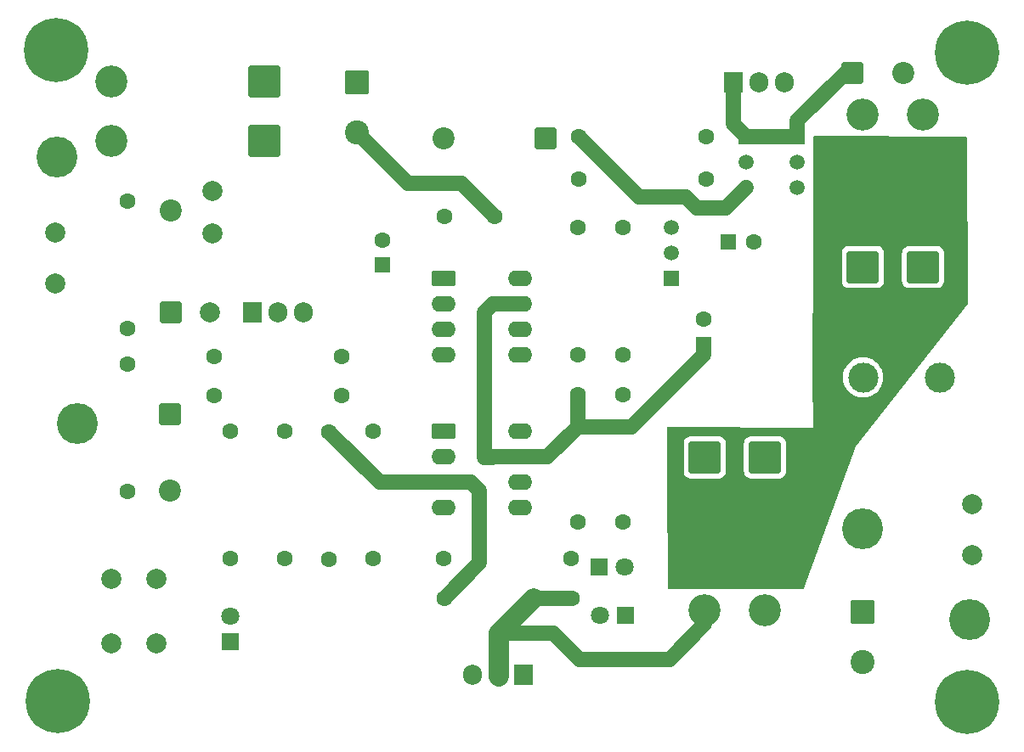
<source format=gtl>
G04 #@! TF.GenerationSoftware,KiCad,Pcbnew,9.0.6*
G04 #@! TF.CreationDate,2025-12-02T20:54:42+09:00*
G04 #@! TF.ProjectId,12f683MPPT,31326636-3833-44d5-9050-542e6b696361,rev?*
G04 #@! TF.SameCoordinates,Original*
G04 #@! TF.FileFunction,Copper,L1,Top*
G04 #@! TF.FilePolarity,Positive*
%FSLAX46Y46*%
G04 Gerber Fmt 4.6, Leading zero omitted, Abs format (unit mm)*
G04 Created by KiCad (PCBNEW 9.0.6) date 2025-12-02 20:54:42*
%MOMM*%
%LPD*%
G01*
G04 APERTURE LIST*
G04 Aperture macros list*
%AMRoundRect*
0 Rectangle with rounded corners*
0 $1 Rounding radius*
0 $2 $3 $4 $5 $6 $7 $8 $9 X,Y pos of 4 corners*
0 Add a 4 corners polygon primitive as box body*
4,1,4,$2,$3,$4,$5,$6,$7,$8,$9,$2,$3,0*
0 Add four circle primitives for the rounded corners*
1,1,$1+$1,$2,$3*
1,1,$1+$1,$4,$5*
1,1,$1+$1,$6,$7*
1,1,$1+$1,$8,$9*
0 Add four rect primitives between the rounded corners*
20,1,$1+$1,$2,$3,$4,$5,0*
20,1,$1+$1,$4,$5,$6,$7,0*
20,1,$1+$1,$6,$7,$8,$9,0*
20,1,$1+$1,$8,$9,$2,$3,0*%
G04 Aperture macros list end*
G04 #@! TA.AperFunction,ComponentPad*
%ADD10RoundRect,0.249999X-0.850001X0.850001X-0.850001X-0.850001X0.850001X-0.850001X0.850001X0.850001X0*%
G04 #@! TD*
G04 #@! TA.AperFunction,ComponentPad*
%ADD11C,2.200000*%
G04 #@! TD*
G04 #@! TA.AperFunction,ComponentPad*
%ADD12RoundRect,0.250001X-0.949999X0.949999X-0.949999X-0.949999X0.949999X-0.949999X0.949999X0.949999X0*%
G04 #@! TD*
G04 #@! TA.AperFunction,ComponentPad*
%ADD13C,2.400000*%
G04 #@! TD*
G04 #@! TA.AperFunction,ComponentPad*
%ADD14RoundRect,0.250000X-0.550000X-0.550000X0.550000X-0.550000X0.550000X0.550000X-0.550000X0.550000X0*%
G04 #@! TD*
G04 #@! TA.AperFunction,ComponentPad*
%ADD15C,1.600000*%
G04 #@! TD*
G04 #@! TA.AperFunction,ComponentPad*
%ADD16RoundRect,0.250000X0.550000X-0.550000X0.550000X0.550000X-0.550000X0.550000X-0.550000X-0.550000X0*%
G04 #@! TD*
G04 #@! TA.AperFunction,ComponentPad*
%ADD17R,1.800000X1.800000*%
G04 #@! TD*
G04 #@! TA.AperFunction,ComponentPad*
%ADD18C,1.800000*%
G04 #@! TD*
G04 #@! TA.AperFunction,ComponentPad*
%ADD19RoundRect,0.250000X1.350000X1.350000X-1.350000X1.350000X-1.350000X-1.350000X1.350000X-1.350000X0*%
G04 #@! TD*
G04 #@! TA.AperFunction,ComponentPad*
%ADD20C,3.200000*%
G04 #@! TD*
G04 #@! TA.AperFunction,ComponentPad*
%ADD21C,3.000000*%
G04 #@! TD*
G04 #@! TA.AperFunction,ComponentPad*
%ADD22R,1.500000X1.500000*%
G04 #@! TD*
G04 #@! TA.AperFunction,ComponentPad*
%ADD23C,1.500000*%
G04 #@! TD*
G04 #@! TA.AperFunction,ComponentPad*
%ADD24RoundRect,0.250000X-0.950000X-0.550000X0.950000X-0.550000X0.950000X0.550000X-0.950000X0.550000X0*%
G04 #@! TD*
G04 #@! TA.AperFunction,ComponentPad*
%ADD25O,2.400000X1.600000*%
G04 #@! TD*
G04 #@! TA.AperFunction,ComponentPad*
%ADD26RoundRect,0.249999X0.850001X-0.850001X0.850001X0.850001X-0.850001X0.850001X-0.850001X-0.850001X0*%
G04 #@! TD*
G04 #@! TA.AperFunction,ComponentPad*
%ADD27R,1.905000X2.000000*%
G04 #@! TD*
G04 #@! TA.AperFunction,ComponentPad*
%ADD28O,1.905000X2.000000*%
G04 #@! TD*
G04 #@! TA.AperFunction,ComponentPad*
%ADD29RoundRect,0.250000X1.350000X-1.350000X1.350000X1.350000X-1.350000X1.350000X-1.350000X-1.350000X0*%
G04 #@! TD*
G04 #@! TA.AperFunction,ComponentPad*
%ADD30RoundRect,0.250000X-1.350000X1.350000X-1.350000X-1.350000X1.350000X-1.350000X1.350000X1.350000X0*%
G04 #@! TD*
G04 #@! TA.AperFunction,ComponentPad*
%ADD31C,2.000000*%
G04 #@! TD*
G04 #@! TA.AperFunction,ComponentPad*
%ADD32C,4.064000*%
G04 #@! TD*
G04 #@! TA.AperFunction,ComponentPad*
%ADD33RoundRect,0.249999X-0.850001X-0.850001X0.850001X-0.850001X0.850001X0.850001X-0.850001X0.850001X0*%
G04 #@! TD*
G04 #@! TA.AperFunction,ComponentPad*
%ADD34C,6.400000*%
G04 #@! TD*
G04 #@! TA.AperFunction,ComponentPad*
%ADD35RoundRect,0.249999X0.850001X0.850001X-0.850001X0.850001X-0.850001X-0.850001X0.850001X-0.850001X0*%
G04 #@! TD*
G04 #@! TA.AperFunction,Conductor*
%ADD36C,1.500000*%
G04 #@! TD*
G04 #@! TA.AperFunction,Conductor*
%ADD37C,2.000000*%
G04 #@! TD*
G04 APERTURE END LIST*
D10*
X51200000Y-66590000D03*
D11*
X51200000Y-74210000D03*
D12*
X120250000Y-86250000D03*
D13*
X120250000Y-91250000D03*
D14*
X106832189Y-49389270D03*
D15*
X109332189Y-49389270D03*
D16*
X72400000Y-51700000D03*
D15*
X72400000Y-49200000D03*
D16*
X104400000Y-59600000D03*
D15*
X104400000Y-57100000D03*
D17*
X57200000Y-89275000D03*
D18*
X57200000Y-86735000D03*
D19*
X60590000Y-39300000D03*
D20*
X45350000Y-39300000D03*
D21*
X120270000Y-62900000D03*
X127890000Y-62900000D03*
D22*
X101190000Y-52990000D03*
D23*
X101190000Y-50450000D03*
X101190000Y-47910000D03*
D22*
X108630000Y-38900000D03*
D23*
X108630000Y-41440000D03*
X108630000Y-43980000D03*
D22*
X113730000Y-38900000D03*
D23*
X113730000Y-41440000D03*
X113730000Y-43980000D03*
D15*
X78500192Y-80999678D03*
X91200192Y-80999678D03*
X67080000Y-81000000D03*
X67080000Y-68300000D03*
X71460000Y-68270000D03*
X71460000Y-80970000D03*
X47000000Y-45350000D03*
X47000000Y-58050000D03*
X57200000Y-80950000D03*
X57200000Y-68250000D03*
X55650000Y-60800000D03*
X68350000Y-60800000D03*
X91960000Y-38900000D03*
X104660000Y-38900000D03*
X104650000Y-43150000D03*
X91950000Y-43150000D03*
X68350000Y-64700000D03*
X55650000Y-64700000D03*
D24*
X78460000Y-53020000D03*
D25*
X78460000Y-55560000D03*
X78460000Y-58100000D03*
X78460000Y-60640000D03*
X86080000Y-60640000D03*
X86080000Y-58100000D03*
X86080000Y-55560000D03*
X86080000Y-53020000D03*
D15*
X47000000Y-61550000D03*
X47000000Y-74250000D03*
D26*
X51300000Y-56380000D03*
D11*
X51300000Y-46220000D03*
D27*
X59420000Y-56400000D03*
D28*
X61960000Y-56400000D03*
X64500000Y-56400000D03*
D24*
X78500000Y-68280000D03*
D25*
X78500000Y-70820000D03*
X78500000Y-73360000D03*
X78500000Y-75900000D03*
X86120000Y-75900000D03*
X86120000Y-73360000D03*
X86120000Y-70820000D03*
X86120000Y-68280000D03*
D17*
X93990000Y-81800000D03*
D18*
X96530000Y-81800000D03*
D29*
X126250000Y-51880000D03*
D20*
X126250000Y-36640000D03*
D17*
X96560000Y-86670000D03*
D18*
X94020000Y-86670000D03*
D15*
X91226043Y-84929030D03*
X78526043Y-84929030D03*
D30*
X110500000Y-70875000D03*
D20*
X110500000Y-86115000D03*
D30*
X104500000Y-70875000D03*
D20*
X104500000Y-86115000D03*
D15*
X91810000Y-77320000D03*
X91810000Y-64620000D03*
D29*
X120250000Y-51875000D03*
D20*
X120250000Y-36635000D03*
D19*
X60590000Y-33400000D03*
D20*
X45350000Y-33400000D03*
D31*
X39800000Y-48430000D03*
X39800000Y-53510000D03*
X131150000Y-80640000D03*
X131150000Y-75560000D03*
D15*
X78570000Y-46840000D03*
X83570000Y-46840000D03*
D32*
X39940000Y-40950000D03*
X42000000Y-67500000D03*
X130910000Y-87030000D03*
X120250000Y-78000000D03*
D15*
X96340000Y-64630000D03*
X96340000Y-77330000D03*
X91820000Y-47900000D03*
X91820000Y-60600000D03*
X96360000Y-47900000D03*
X96360000Y-60600000D03*
X62640000Y-68280000D03*
X62640000Y-80980000D03*
D12*
X69850000Y-33470000D03*
D13*
X69850000Y-38470000D03*
D33*
X119177818Y-32500000D03*
D11*
X124257818Y-32500000D03*
D27*
X86440000Y-92555000D03*
D28*
X83900000Y-92555000D03*
X81360000Y-92555000D03*
D27*
X107300000Y-33500000D03*
D28*
X109840000Y-33500000D03*
X112380000Y-33500000D03*
D31*
X45350000Y-89450000D03*
X45350000Y-82950000D03*
X49850000Y-89450000D03*
X49850000Y-82950000D03*
D34*
X130657600Y-30480000D03*
X40055800Y-95199200D03*
X39903400Y-30251400D03*
X130606800Y-95275400D03*
D35*
X88595200Y-39039800D03*
D11*
X78435200Y-39039800D03*
D31*
X55400000Y-48500000D03*
X55200000Y-56400000D03*
X55400000Y-44300000D03*
D36*
X101000000Y-91000000D02*
X92000000Y-91000000D01*
X91226043Y-84929030D02*
X87420970Y-84929030D01*
X92000000Y-91000000D02*
X89403000Y-88403000D01*
D37*
X83947000Y-88403000D02*
X87420970Y-84929030D01*
D36*
X104500000Y-87500000D02*
X101000000Y-91000000D01*
X104500000Y-86115000D02*
X104500000Y-87500000D01*
X89403000Y-88403000D02*
X83947000Y-88403000D01*
D37*
X83947000Y-92710000D02*
X83947000Y-88403000D01*
D36*
X83570000Y-46840000D02*
X80230000Y-43500000D01*
X80230000Y-43500000D02*
X74880000Y-43500000D01*
X74880000Y-43500000D02*
X69850000Y-38470000D01*
X97960001Y-44900001D02*
X102590001Y-44900001D01*
X91960000Y-38900000D02*
X97960001Y-44900001D01*
X103700000Y-46010000D02*
X106600000Y-46010000D01*
X106600000Y-46010000D02*
X108630000Y-43980000D01*
X102590001Y-44900001D02*
X103700000Y-46010000D01*
X83380000Y-55560000D02*
X82530000Y-56410000D01*
X91810000Y-67830000D02*
X97170000Y-67830000D01*
X97170000Y-67830000D02*
X104400000Y-60600000D01*
X88820000Y-70820000D02*
X91810000Y-67830000D01*
X83330000Y-70910000D02*
X82530000Y-70910000D01*
X86120000Y-70820000D02*
X88820000Y-70820000D01*
X91810000Y-65751370D02*
X91810000Y-64620000D01*
X91810000Y-67830000D02*
X91810000Y-65751370D01*
X82530000Y-56410000D02*
X82530000Y-70910000D01*
X86120000Y-70820000D02*
X83420000Y-70820000D01*
X83420000Y-70820000D02*
X83330000Y-70910000D01*
X86080000Y-55560000D02*
X83380000Y-55560000D01*
X104400000Y-60600000D02*
X104400000Y-59600000D01*
X119177818Y-32500000D02*
X118500000Y-32500000D01*
X107300000Y-37570000D02*
X107300000Y-33500000D01*
X113730000Y-37270000D02*
X113730000Y-38900000D01*
X113730000Y-38900000D02*
X108630000Y-38900000D01*
X108630000Y-38900000D02*
X107300000Y-37570000D01*
X118500000Y-32500000D02*
X113730000Y-37270000D01*
X78500000Y-73360000D02*
X81200000Y-73360000D01*
X78500000Y-73360000D02*
X72140000Y-73360000D01*
X82060000Y-74220000D02*
X82060000Y-81395073D01*
X72140000Y-73360000D02*
X67080000Y-68300000D01*
X81200000Y-73360000D02*
X82060000Y-74220000D01*
X82060000Y-81395073D02*
X78526043Y-84929030D01*
G04 #@! TA.AperFunction,NonConductor*
G36*
X130477551Y-38899199D02*
G01*
X130544459Y-38919321D01*
X130589868Y-38972423D01*
X130600737Y-39022449D01*
X130699739Y-55456802D01*
X130680458Y-55523959D01*
X130673363Y-55534008D01*
X119499999Y-69800000D01*
X119499998Y-69800001D01*
X114329794Y-83918639D01*
X114288258Y-83974822D01*
X114222940Y-83999629D01*
X114213356Y-84000000D01*
X100923237Y-84000000D01*
X100856198Y-83980315D01*
X100810443Y-83927511D01*
X100799239Y-83876765D01*
X100731587Y-72917113D01*
X100710336Y-69474447D01*
X102391500Y-69474447D01*
X102391500Y-72275537D01*
X102391501Y-72275553D01*
X102402113Y-72379426D01*
X102457885Y-72547738D01*
X102550970Y-72698652D01*
X102676348Y-72824030D01*
X102827262Y-72917115D01*
X102995574Y-72972887D01*
X103099455Y-72983500D01*
X105900544Y-72983499D01*
X106004426Y-72972887D01*
X106172738Y-72917115D01*
X106323652Y-72824030D01*
X106449030Y-72698652D01*
X106542115Y-72547738D01*
X106597887Y-72379426D01*
X106608500Y-72275545D01*
X106608499Y-69474456D01*
X106608498Y-69474447D01*
X108391500Y-69474447D01*
X108391500Y-72275537D01*
X108391501Y-72275553D01*
X108402113Y-72379426D01*
X108457885Y-72547738D01*
X108550970Y-72698652D01*
X108676348Y-72824030D01*
X108827262Y-72917115D01*
X108995574Y-72972887D01*
X109099455Y-72983500D01*
X111900544Y-72983499D01*
X112004426Y-72972887D01*
X112172738Y-72917115D01*
X112323652Y-72824030D01*
X112449030Y-72698652D01*
X112542115Y-72547738D01*
X112597887Y-72379426D01*
X112608500Y-72275545D01*
X112608499Y-69474456D01*
X112597887Y-69370574D01*
X112542115Y-69202262D01*
X112449030Y-69051348D01*
X112323652Y-68925970D01*
X112172738Y-68832885D01*
X112172735Y-68832884D01*
X112004427Y-68777113D01*
X111900545Y-68766500D01*
X109099462Y-68766500D01*
X109099446Y-68766501D01*
X108995572Y-68777113D01*
X108827264Y-68832884D01*
X108827259Y-68832886D01*
X108676346Y-68925971D01*
X108550971Y-69051346D01*
X108457886Y-69202259D01*
X108457884Y-69202264D01*
X108402113Y-69370572D01*
X108391500Y-69474447D01*
X106608498Y-69474447D01*
X106597887Y-69370574D01*
X106542115Y-69202262D01*
X106449030Y-69051348D01*
X106323652Y-68925970D01*
X106172738Y-68832885D01*
X106172735Y-68832884D01*
X106004427Y-68777113D01*
X105900545Y-68766500D01*
X103099462Y-68766500D01*
X103099446Y-68766501D01*
X102995572Y-68777113D01*
X102827264Y-68832884D01*
X102827259Y-68832886D01*
X102676346Y-68925971D01*
X102550971Y-69051346D01*
X102457886Y-69202259D01*
X102457884Y-69202264D01*
X102402113Y-69370572D01*
X102391500Y-69474447D01*
X100710336Y-69474447D01*
X100700775Y-67925620D01*
X100720046Y-67858463D01*
X100772566Y-67812383D01*
X100825620Y-67800860D01*
X115300000Y-67900000D01*
X115224534Y-62768362D01*
X118261500Y-62768362D01*
X118261500Y-63031637D01*
X118261501Y-63031653D01*
X118295865Y-63292678D01*
X118364009Y-63546995D01*
X118464761Y-63790234D01*
X118464769Y-63790250D01*
X118596409Y-64018256D01*
X118756687Y-64227136D01*
X118756693Y-64227143D01*
X118942856Y-64413306D01*
X118942863Y-64413312D01*
X119151743Y-64573590D01*
X119379749Y-64705230D01*
X119379765Y-64705238D01*
X119531451Y-64768068D01*
X119623003Y-64805990D01*
X119877320Y-64874134D01*
X120138356Y-64908500D01*
X120138363Y-64908500D01*
X120401637Y-64908500D01*
X120401644Y-64908500D01*
X120662680Y-64874134D01*
X120916997Y-64805990D01*
X121100099Y-64730146D01*
X121160234Y-64705238D01*
X121160237Y-64705236D01*
X121160243Y-64705234D01*
X121388257Y-64573590D01*
X121597138Y-64413311D01*
X121783311Y-64227138D01*
X121943590Y-64018257D01*
X122075234Y-63790243D01*
X122175990Y-63546997D01*
X122244134Y-63292680D01*
X122278500Y-63031644D01*
X122278500Y-62768356D01*
X122244134Y-62507320D01*
X122175990Y-62253003D01*
X122138068Y-62161451D01*
X122075238Y-62009765D01*
X122075230Y-62009749D01*
X121943590Y-61781743D01*
X121783312Y-61572863D01*
X121783306Y-61572856D01*
X121597143Y-61386693D01*
X121597136Y-61386687D01*
X121388256Y-61226409D01*
X121160250Y-61094769D01*
X121160234Y-61094761D01*
X120916995Y-60994009D01*
X120662678Y-60925865D01*
X120401653Y-60891501D01*
X120401650Y-60891500D01*
X120401644Y-60891500D01*
X120138356Y-60891500D01*
X120138350Y-60891500D01*
X120138346Y-60891501D01*
X119877321Y-60925865D01*
X119623004Y-60994009D01*
X119379765Y-61094761D01*
X119379749Y-61094769D01*
X119151743Y-61226409D01*
X118942863Y-61386687D01*
X118942856Y-61386693D01*
X118756693Y-61572856D01*
X118756687Y-61572863D01*
X118596409Y-61781743D01*
X118464769Y-62009749D01*
X118464761Y-62009765D01*
X118364009Y-62253004D01*
X118295865Y-62507321D01*
X118261501Y-62768346D01*
X118261500Y-62768362D01*
X115224534Y-62768362D01*
X115200022Y-61101559D01*
X115200017Y-61098410D01*
X115200057Y-61094769D01*
X115300000Y-52000000D01*
X115300000Y-50474447D01*
X118141500Y-50474447D01*
X118141500Y-53275537D01*
X118141501Y-53275553D01*
X118152113Y-53379427D01*
X118153770Y-53384427D01*
X118207885Y-53547738D01*
X118300970Y-53698652D01*
X118426348Y-53824030D01*
X118577262Y-53917115D01*
X118745574Y-53972887D01*
X118849455Y-53983500D01*
X121650544Y-53983499D01*
X121754426Y-53972887D01*
X121922738Y-53917115D01*
X122073652Y-53824030D01*
X122199030Y-53698652D01*
X122292115Y-53547738D01*
X122347887Y-53379426D01*
X122358500Y-53275545D01*
X122358499Y-50479447D01*
X124141500Y-50479447D01*
X124141500Y-53280537D01*
X124141501Y-53280553D01*
X124151602Y-53379426D01*
X124152113Y-53384426D01*
X124207885Y-53552738D01*
X124300970Y-53703652D01*
X124426348Y-53829030D01*
X124577262Y-53922115D01*
X124745574Y-53977887D01*
X124849455Y-53988500D01*
X127650544Y-53988499D01*
X127754426Y-53977887D01*
X127922738Y-53922115D01*
X128073652Y-53829030D01*
X128199030Y-53703652D01*
X128292115Y-53552738D01*
X128347887Y-53384426D01*
X128358500Y-53280545D01*
X128358499Y-50479456D01*
X128347887Y-50375574D01*
X128292115Y-50207262D01*
X128199030Y-50056348D01*
X128073652Y-49930970D01*
X127922738Y-49837885D01*
X127907646Y-49832884D01*
X127754427Y-49782113D01*
X127650545Y-49771500D01*
X124849462Y-49771500D01*
X124849446Y-49771501D01*
X124745572Y-49782113D01*
X124577264Y-49837884D01*
X124577259Y-49837886D01*
X124426346Y-49930971D01*
X124300971Y-50056346D01*
X124207886Y-50207259D01*
X124207884Y-50207264D01*
X124152113Y-50375572D01*
X124141500Y-50479447D01*
X122358499Y-50479447D01*
X122358499Y-50474456D01*
X122347887Y-50370574D01*
X122292115Y-50202262D01*
X122199030Y-50051348D01*
X122073652Y-49925970D01*
X121930846Y-49837886D01*
X121922740Y-49832886D01*
X121922735Y-49832884D01*
X121754427Y-49777113D01*
X121650545Y-49766500D01*
X118849462Y-49766500D01*
X118849446Y-49766501D01*
X118745572Y-49777113D01*
X118577264Y-49832884D01*
X118577259Y-49832886D01*
X118426346Y-49925971D01*
X118300971Y-50051346D01*
X118207886Y-50202259D01*
X118207884Y-50202264D01*
X118152113Y-50370572D01*
X118141500Y-50474447D01*
X115300000Y-50474447D01*
X115300000Y-38924812D01*
X115319685Y-38857773D01*
X115372489Y-38812018D01*
X115424806Y-38800815D01*
X130477551Y-38899199D01*
G37*
G04 #@! TD.AperFunction*
M02*

</source>
